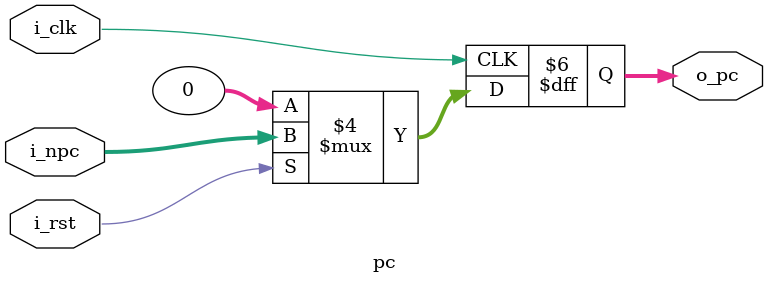
<source format=v>
`timescale 1ns / 1ps


module pc (
    input wire i_clk,
    input wire i_rst,
    input wire [31:0] i_npc,
    output reg [31:0] o_pc
);
  always @(posedge i_clk) begin
    if (!i_rst) o_pc <= 32'b0;
    else o_pc <= i_npc;
  end
endmodule

</source>
